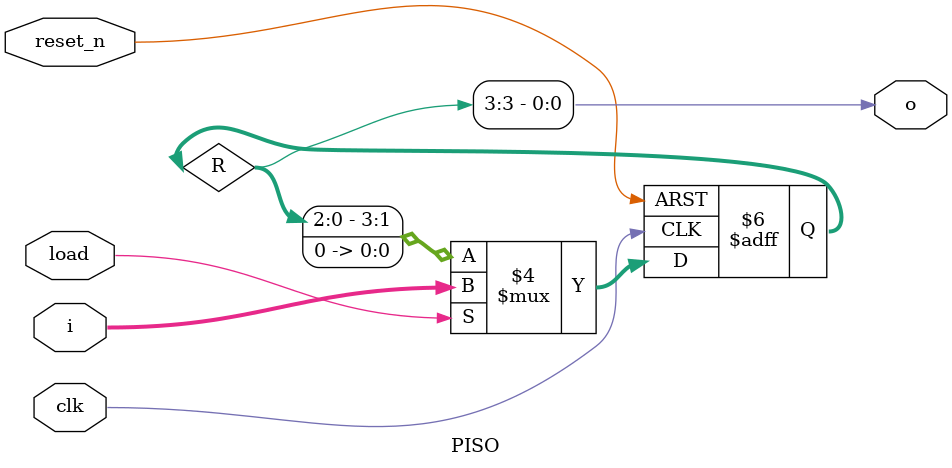
<source format=v>
`timescale 1ns / 1ps


module PISO #(parameter size=4) (
    o,
    clk,
    reset_n,
    load,
    i
    );
    
    output o;
    input clk;
    input reset_n;
    input load;
    input [size-1:0]i;
    
    reg [size-1:0]R;
    
    assign o = R[size-1];
    //assign o = R[size-1:0];
    
    always@(posedge clk or negedge reset_n)
    begin
        if(!reset_n)
            R <= 0;
            
        else if(load)
            R <= i;
            
        else
            R <= {R[size-2:0], 1'b0};
        
    end
endmodule

</source>
